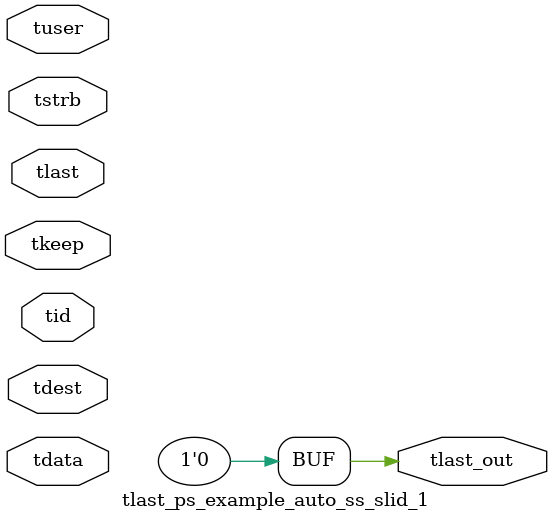
<source format=v>


`timescale 1ps/1ps

module tlast_ps_example_auto_ss_slid_1 #
(
parameter C_S_AXIS_TID_WIDTH   = 1,
parameter C_S_AXIS_TUSER_WIDTH = 0,
parameter C_S_AXIS_TDATA_WIDTH = 0,
parameter C_S_AXIS_TDEST_WIDTH = 0
)
(
input  [(C_S_AXIS_TID_WIDTH   == 0 ? 1 : C_S_AXIS_TID_WIDTH)-1:0       ] tid,
input  [(C_S_AXIS_TDATA_WIDTH == 0 ? 1 : C_S_AXIS_TDATA_WIDTH)-1:0     ] tdata,
input  [(C_S_AXIS_TUSER_WIDTH == 0 ? 1 : C_S_AXIS_TUSER_WIDTH)-1:0     ] tuser,
input  [(C_S_AXIS_TDEST_WIDTH == 0 ? 1 : C_S_AXIS_TDEST_WIDTH)-1:0     ] tdest,
input  [(C_S_AXIS_TDATA_WIDTH/8)-1:0 ] tkeep,
input  [(C_S_AXIS_TDATA_WIDTH/8)-1:0 ] tstrb,
input  [0:0]                                                             tlast,
output                                                                   tlast_out
);

assign tlast_out = {1'b0};

endmodule


</source>
